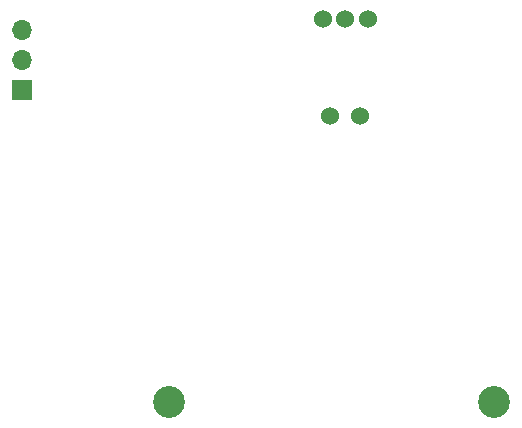
<source format=gbs>
G04 #@! TF.GenerationSoftware,KiCad,Pcbnew,7.0.8-7.0.8~ubuntu22.04.1*
G04 #@! TF.CreationDate,2024-01-26T15:42:25+01:00*
G04 #@! TF.ProjectId,hand_B,68616e64-5f42-42e6-9b69-6361645f7063,rev?*
G04 #@! TF.SameCoordinates,Original*
G04 #@! TF.FileFunction,Soldermask,Bot*
G04 #@! TF.FilePolarity,Negative*
%FSLAX46Y46*%
G04 Gerber Fmt 4.6, Leading zero omitted, Abs format (unit mm)*
G04 Created by KiCad (PCBNEW 7.0.8-7.0.8~ubuntu22.04.1) date 2024-01-26 15:42:25*
%MOMM*%
%LPD*%
G01*
G04 APERTURE LIST*
%ADD10C,2.700000*%
%ADD11R,1.700000X1.700000*%
%ADD12O,1.700000X1.700000*%
%ADD13C,1.524000*%
G04 APERTURE END LIST*
D10*
X116000000Y-65982499D03*
X88500000Y-65982499D03*
D11*
X76100000Y-39587500D03*
D12*
X76100000Y-37047500D03*
X76100000Y-34507500D03*
D13*
X102160000Y-41800000D03*
X104700000Y-41800000D03*
X101525000Y-33595000D03*
X103425000Y-33595000D03*
X105325000Y-33595000D03*
M02*

</source>
